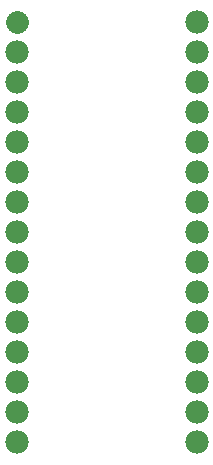
<source format=gbs>
G04 Layer: BottomSolderMaskLayer*
G04 EasyEDA v6.5.5, 2022-06-27 22:24:16*
G04 832f08802b6e47e68c83d968e1e2cad1,305bcb4f1a4f4cdfadb131dd0c2083ea,10*
G04 Gerber Generator version 0.2*
G04 Scale: 100 percent, Rotated: No, Reflected: No *
G04 Dimensions in inches *
G04 leading zeros omitted , absolute positions ,3 integer and 6 decimal *
%FSLAX36Y36*%
%MOIN*%

%ADD19C,0.0780*%

%LPD*%
D19*
X2180001Y2435001D02*
G01*
X2180001Y2435001D01*
G01*
X2780001Y1035001D03*
G01*
X2780001Y1135001D03*
G01*
X2780001Y1235001D03*
G01*
X2780001Y1335001D03*
G01*
X2780001Y1435001D03*
G01*
X2780001Y1535001D03*
G01*
X2780001Y1635001D03*
G01*
X2780001Y1735001D03*
G01*
X2780001Y1835001D03*
G01*
X2780001Y1935001D03*
G01*
X2780001Y2035001D03*
G01*
X2780001Y2135001D03*
G01*
X2780001Y2235001D03*
G01*
X2780001Y2335001D03*
G01*
X2780001Y2435001D03*
G01*
X2180001Y1035001D03*
G01*
X2180001Y1135001D03*
G01*
X2180001Y1235001D03*
G01*
X2180001Y1335001D03*
G01*
X2180001Y1435001D03*
G01*
X2180001Y1535001D03*
G01*
X2180001Y1635001D03*
G01*
X2180001Y1735001D03*
G01*
X2180001Y1835001D03*
G01*
X2180001Y1935001D03*
G01*
X2180001Y2035001D03*
G01*
X2180001Y2135001D03*
G01*
X2180001Y2235001D03*
G01*
X2180001Y2335001D03*
M02*

</source>
